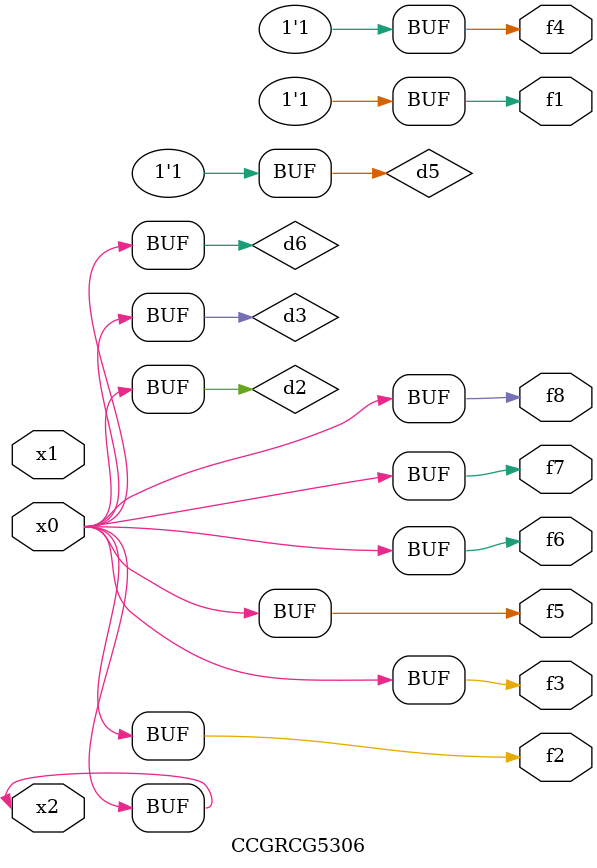
<source format=v>
module CCGRCG5306(
	input x0, x1, x2,
	output f1, f2, f3, f4, f5, f6, f7, f8
);

	wire d1, d2, d3, d4, d5, d6;

	xnor (d1, x2);
	buf (d2, x0, x2);
	and (d3, x0);
	xnor (d4, x1, x2);
	nand (d5, d1, d3);
	buf (d6, d2, d3);
	assign f1 = d5;
	assign f2 = d6;
	assign f3 = d6;
	assign f4 = d5;
	assign f5 = d6;
	assign f6 = d6;
	assign f7 = d6;
	assign f8 = d6;
endmodule

</source>
